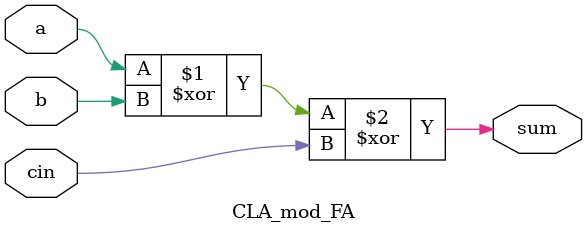
<source format=v>
`timescale 1ns / 1ps


module CLA_mod_FA(
input a,b,cin,
output sum
);
assign sum=a^b^cin;
endmodule

</source>
